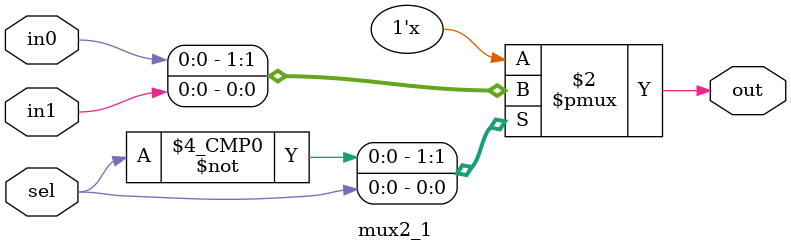
<source format=v>
module mux2_1(out,in0,in1,sel);
input in0,in1;
input sel;
output reg out;
always @(*)
begin 
case(sel)
  1'b0:out<=in0;
  1'b1:out<=in1;
endcase
end
endmodule

</source>
